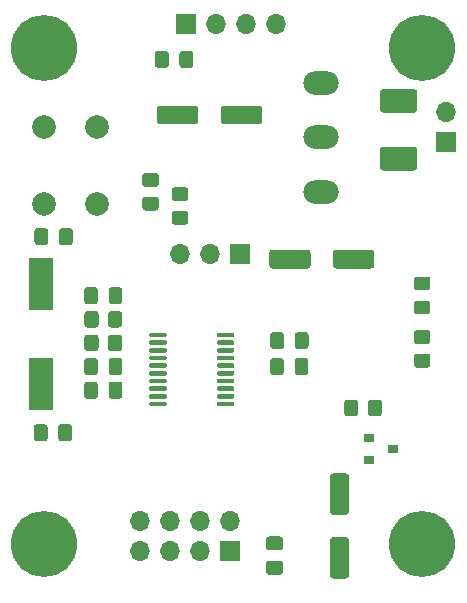
<source format=gbr>
G04 #@! TF.GenerationSoftware,KiCad,Pcbnew,5.1.9-73d0e3b20d~88~ubuntu18.04.1*
G04 #@! TF.CreationDate,2021-01-31T19:09:56+01:00*
G04 #@! TF.ProjectId,stm32_slave_bat,73746d33-325f-4736-9c61-76655f626174,rev?*
G04 #@! TF.SameCoordinates,Original*
G04 #@! TF.FileFunction,Soldermask,Top*
G04 #@! TF.FilePolarity,Negative*
%FSLAX46Y46*%
G04 Gerber Fmt 4.6, Leading zero omitted, Abs format (unit mm)*
G04 Created by KiCad (PCBNEW 5.1.9-73d0e3b20d~88~ubuntu18.04.1) date 2021-01-31 19:09:56*
%MOMM*%
%LPD*%
G01*
G04 APERTURE LIST*
%ADD10C,2.000000*%
%ADD11R,1.700000X1.700000*%
%ADD12O,1.700000X1.700000*%
%ADD13R,0.900000X0.800000*%
%ADD14O,3.000000X2.000000*%
%ADD15R,2.000000X4.500000*%
%ADD16C,5.600000*%
G04 APERTURE END LIST*
G36*
G01*
X225450000Y-105475000D02*
X225450000Y-104525000D01*
G75*
G02*
X225700000Y-104275000I250000J0D01*
G01*
X226375000Y-104275000D01*
G75*
G02*
X226625000Y-104525000I0J-250000D01*
G01*
X226625000Y-105475000D01*
G75*
G02*
X226375000Y-105725000I-250000J0D01*
G01*
X225700000Y-105725000D01*
G75*
G02*
X225450000Y-105475000I0J250000D01*
G01*
G37*
G36*
G01*
X223375000Y-105475000D02*
X223375000Y-104525000D01*
G75*
G02*
X223625000Y-104275000I250000J0D01*
G01*
X224300000Y-104275000D01*
G75*
G02*
X224550000Y-104525000I0J-250000D01*
G01*
X224550000Y-105475000D01*
G75*
G02*
X224300000Y-105725000I-250000J0D01*
G01*
X223625000Y-105725000D01*
G75*
G02*
X223375000Y-105475000I0J250000D01*
G01*
G37*
D10*
X218500000Y-117200000D03*
X214000000Y-117200000D03*
X218500000Y-110700000D03*
X214000000Y-110700000D03*
G36*
G01*
X218600000Y-126549999D02*
X218600000Y-127450001D01*
G75*
G02*
X218350001Y-127700000I-249999J0D01*
G01*
X217649999Y-127700000D01*
G75*
G02*
X217400000Y-127450001I0J249999D01*
G01*
X217400000Y-126549999D01*
G75*
G02*
X217649999Y-126300000I249999J0D01*
G01*
X218350001Y-126300000D01*
G75*
G02*
X218600000Y-126549999I0J-249999D01*
G01*
G37*
G36*
G01*
X220600000Y-126549999D02*
X220600000Y-127450001D01*
G75*
G02*
X220350001Y-127700000I-249999J0D01*
G01*
X219649999Y-127700000D01*
G75*
G02*
X219400000Y-127450001I0J249999D01*
G01*
X219400000Y-126549999D01*
G75*
G02*
X219649999Y-126300000I249999J0D01*
G01*
X220350001Y-126300000D01*
G75*
G02*
X220600000Y-126549999I0J-249999D01*
G01*
G37*
D11*
X229700000Y-146600000D03*
D12*
X229700000Y-144060000D03*
X227160000Y-146600000D03*
X227160000Y-144060000D03*
X224620000Y-146600000D03*
X224620000Y-144060000D03*
X222080000Y-146600000D03*
X222080000Y-144060000D03*
G36*
G01*
X215250000Y-120475000D02*
X215250000Y-119525000D01*
G75*
G02*
X215500000Y-119275000I250000J0D01*
G01*
X216175000Y-119275000D01*
G75*
G02*
X216425000Y-119525000I0J-250000D01*
G01*
X216425000Y-120475000D01*
G75*
G02*
X216175000Y-120725000I-250000J0D01*
G01*
X215500000Y-120725000D01*
G75*
G02*
X215250000Y-120475000I0J250000D01*
G01*
G37*
G36*
G01*
X213175000Y-120475000D02*
X213175000Y-119525000D01*
G75*
G02*
X213425000Y-119275000I250000J0D01*
G01*
X214100000Y-119275000D01*
G75*
G02*
X214350000Y-119525000I0J-250000D01*
G01*
X214350000Y-120475000D01*
G75*
G02*
X214100000Y-120725000I-250000J0D01*
G01*
X213425000Y-120725000D01*
G75*
G02*
X213175000Y-120475000I0J250000D01*
G01*
G37*
G36*
G01*
X213112500Y-137075000D02*
X213112500Y-136125000D01*
G75*
G02*
X213362500Y-135875000I250000J0D01*
G01*
X214037500Y-135875000D01*
G75*
G02*
X214287500Y-136125000I0J-250000D01*
G01*
X214287500Y-137075000D01*
G75*
G02*
X214037500Y-137325000I-250000J0D01*
G01*
X213362500Y-137325000D01*
G75*
G02*
X213112500Y-137075000I0J250000D01*
G01*
G37*
G36*
G01*
X215187500Y-137075000D02*
X215187500Y-136125000D01*
G75*
G02*
X215437500Y-135875000I250000J0D01*
G01*
X216112500Y-135875000D01*
G75*
G02*
X216362500Y-136125000I0J-250000D01*
G01*
X216362500Y-137075000D01*
G75*
G02*
X216112500Y-137325000I-250000J0D01*
G01*
X215437500Y-137325000D01*
G75*
G02*
X215187500Y-137075000I0J250000D01*
G01*
G37*
G36*
G01*
X217375000Y-125475000D02*
X217375000Y-124525000D01*
G75*
G02*
X217625000Y-124275000I250000J0D01*
G01*
X218300000Y-124275000D01*
G75*
G02*
X218550000Y-124525000I0J-250000D01*
G01*
X218550000Y-125475000D01*
G75*
G02*
X218300000Y-125725000I-250000J0D01*
G01*
X217625000Y-125725000D01*
G75*
G02*
X217375000Y-125475000I0J250000D01*
G01*
G37*
G36*
G01*
X219450000Y-125475000D02*
X219450000Y-124525000D01*
G75*
G02*
X219700000Y-124275000I250000J0D01*
G01*
X220375000Y-124275000D01*
G75*
G02*
X220625000Y-124525000I0J-250000D01*
G01*
X220625000Y-125475000D01*
G75*
G02*
X220375000Y-125725000I-250000J0D01*
G01*
X219700000Y-125725000D01*
G75*
G02*
X219450000Y-125475000I0J250000D01*
G01*
G37*
G36*
G01*
X236375000Y-130525000D02*
X236375000Y-131475000D01*
G75*
G02*
X236125000Y-131725000I-250000J0D01*
G01*
X235450000Y-131725000D01*
G75*
G02*
X235200000Y-131475000I0J250000D01*
G01*
X235200000Y-130525000D01*
G75*
G02*
X235450000Y-130275000I250000J0D01*
G01*
X236125000Y-130275000D01*
G75*
G02*
X236375000Y-130525000I0J-250000D01*
G01*
G37*
G36*
G01*
X234300000Y-130525000D02*
X234300000Y-131475000D01*
G75*
G02*
X234050000Y-131725000I-250000J0D01*
G01*
X233375000Y-131725000D01*
G75*
G02*
X233125000Y-131475000I0J250000D01*
G01*
X233125000Y-130525000D01*
G75*
G02*
X233375000Y-130275000I250000J0D01*
G01*
X234050000Y-130275000D01*
G75*
G02*
X234300000Y-130525000I0J-250000D01*
G01*
G37*
G36*
G01*
X218550000Y-130525000D02*
X218550000Y-131475000D01*
G75*
G02*
X218300000Y-131725000I-250000J0D01*
G01*
X217625000Y-131725000D01*
G75*
G02*
X217375000Y-131475000I0J250000D01*
G01*
X217375000Y-130525000D01*
G75*
G02*
X217625000Y-130275000I250000J0D01*
G01*
X218300000Y-130275000D01*
G75*
G02*
X218550000Y-130525000I0J-250000D01*
G01*
G37*
G36*
G01*
X220625000Y-130525000D02*
X220625000Y-131475000D01*
G75*
G02*
X220375000Y-131725000I-250000J0D01*
G01*
X219700000Y-131725000D01*
G75*
G02*
X219450000Y-131475000I0J250000D01*
G01*
X219450000Y-130525000D01*
G75*
G02*
X219700000Y-130275000I250000J0D01*
G01*
X220375000Y-130275000D01*
G75*
G02*
X220625000Y-130525000I0J-250000D01*
G01*
G37*
G36*
G01*
X233975000Y-148625000D02*
X233025000Y-148625000D01*
G75*
G02*
X232775000Y-148375000I0J250000D01*
G01*
X232775000Y-147700000D01*
G75*
G02*
X233025000Y-147450000I250000J0D01*
G01*
X233975000Y-147450000D01*
G75*
G02*
X234225000Y-147700000I0J-250000D01*
G01*
X234225000Y-148375000D01*
G75*
G02*
X233975000Y-148625000I-250000J0D01*
G01*
G37*
G36*
G01*
X233975000Y-146550000D02*
X233025000Y-146550000D01*
G75*
G02*
X232775000Y-146300000I0J250000D01*
G01*
X232775000Y-145625000D01*
G75*
G02*
X233025000Y-145375000I250000J0D01*
G01*
X233975000Y-145375000D01*
G75*
G02*
X234225000Y-145625000I0J-250000D01*
G01*
X234225000Y-146300000D01*
G75*
G02*
X233975000Y-146550000I-250000J0D01*
G01*
G37*
D11*
X248000000Y-112000000D03*
D12*
X248000000Y-109460000D03*
D13*
X241500000Y-137050000D03*
X241500000Y-138950000D03*
X243500000Y-138000000D03*
G36*
G01*
X220600000Y-128549999D02*
X220600000Y-129450001D01*
G75*
G02*
X220350001Y-129700000I-249999J0D01*
G01*
X219649999Y-129700000D01*
G75*
G02*
X219400000Y-129450001I0J249999D01*
G01*
X219400000Y-128549999D01*
G75*
G02*
X219649999Y-128300000I249999J0D01*
G01*
X220350001Y-128300000D01*
G75*
G02*
X220600000Y-128549999I0J-249999D01*
G01*
G37*
G36*
G01*
X218600000Y-128549999D02*
X218600000Y-129450001D01*
G75*
G02*
X218350001Y-129700000I-249999J0D01*
G01*
X217649999Y-129700000D01*
G75*
G02*
X217400000Y-129450001I0J249999D01*
G01*
X217400000Y-128549999D01*
G75*
G02*
X217649999Y-128300000I249999J0D01*
G01*
X218350001Y-128300000D01*
G75*
G02*
X218600000Y-128549999I0J-249999D01*
G01*
G37*
G36*
G01*
X223450001Y-117800000D02*
X222549999Y-117800000D01*
G75*
G02*
X222300000Y-117550001I0J249999D01*
G01*
X222300000Y-116849999D01*
G75*
G02*
X222549999Y-116600000I249999J0D01*
G01*
X223450001Y-116600000D01*
G75*
G02*
X223700000Y-116849999I0J-249999D01*
G01*
X223700000Y-117550001D01*
G75*
G02*
X223450001Y-117800000I-249999J0D01*
G01*
G37*
G36*
G01*
X223450001Y-115800000D02*
X222549999Y-115800000D01*
G75*
G02*
X222300000Y-115550001I0J249999D01*
G01*
X222300000Y-114849999D01*
G75*
G02*
X222549999Y-114600000I249999J0D01*
G01*
X223450001Y-114600000D01*
G75*
G02*
X223700000Y-114849999I0J-249999D01*
G01*
X223700000Y-115550001D01*
G75*
G02*
X223450001Y-115800000I-249999J0D01*
G01*
G37*
G36*
G01*
X225950001Y-117000000D02*
X225049999Y-117000000D01*
G75*
G02*
X224800000Y-116750001I0J249999D01*
G01*
X224800000Y-116049999D01*
G75*
G02*
X225049999Y-115800000I249999J0D01*
G01*
X225950001Y-115800000D01*
G75*
G02*
X226200000Y-116049999I0J-249999D01*
G01*
X226200000Y-116750001D01*
G75*
G02*
X225950001Y-117000000I-249999J0D01*
G01*
G37*
G36*
G01*
X225950001Y-119000000D02*
X225049999Y-119000000D01*
G75*
G02*
X224800000Y-118750001I0J249999D01*
G01*
X224800000Y-118049999D01*
G75*
G02*
X225049999Y-117800000I249999J0D01*
G01*
X225950001Y-117800000D01*
G75*
G02*
X226200000Y-118049999I0J-249999D01*
G01*
X226200000Y-118750001D01*
G75*
G02*
X225950001Y-119000000I-249999J0D01*
G01*
G37*
G36*
G01*
X239400000Y-134950001D02*
X239400000Y-134049999D01*
G75*
G02*
X239649999Y-133800000I249999J0D01*
G01*
X240350001Y-133800000D01*
G75*
G02*
X240600000Y-134049999I0J-249999D01*
G01*
X240600000Y-134950001D01*
G75*
G02*
X240350001Y-135200000I-249999J0D01*
G01*
X239649999Y-135200000D01*
G75*
G02*
X239400000Y-134950001I0J249999D01*
G01*
G37*
G36*
G01*
X241400000Y-134950001D02*
X241400000Y-134049999D01*
G75*
G02*
X241649999Y-133800000I249999J0D01*
G01*
X242350001Y-133800000D01*
G75*
G02*
X242600000Y-134049999I0J-249999D01*
G01*
X242600000Y-134950001D01*
G75*
G02*
X242350001Y-135200000I-249999J0D01*
G01*
X241649999Y-135200000D01*
G75*
G02*
X241400000Y-134950001I0J249999D01*
G01*
G37*
G36*
G01*
X222900000Y-128425000D02*
X222900000Y-128225000D01*
G75*
G02*
X223000000Y-128125000I100000J0D01*
G01*
X224275000Y-128125000D01*
G75*
G02*
X224375000Y-128225000I0J-100000D01*
G01*
X224375000Y-128425000D01*
G75*
G02*
X224275000Y-128525000I-100000J0D01*
G01*
X223000000Y-128525000D01*
G75*
G02*
X222900000Y-128425000I0J100000D01*
G01*
G37*
G36*
G01*
X222900000Y-129075000D02*
X222900000Y-128875000D01*
G75*
G02*
X223000000Y-128775000I100000J0D01*
G01*
X224275000Y-128775000D01*
G75*
G02*
X224375000Y-128875000I0J-100000D01*
G01*
X224375000Y-129075000D01*
G75*
G02*
X224275000Y-129175000I-100000J0D01*
G01*
X223000000Y-129175000D01*
G75*
G02*
X222900000Y-129075000I0J100000D01*
G01*
G37*
G36*
G01*
X222900000Y-129725000D02*
X222900000Y-129525000D01*
G75*
G02*
X223000000Y-129425000I100000J0D01*
G01*
X224275000Y-129425000D01*
G75*
G02*
X224375000Y-129525000I0J-100000D01*
G01*
X224375000Y-129725000D01*
G75*
G02*
X224275000Y-129825000I-100000J0D01*
G01*
X223000000Y-129825000D01*
G75*
G02*
X222900000Y-129725000I0J100000D01*
G01*
G37*
G36*
G01*
X222900000Y-130375000D02*
X222900000Y-130175000D01*
G75*
G02*
X223000000Y-130075000I100000J0D01*
G01*
X224275000Y-130075000D01*
G75*
G02*
X224375000Y-130175000I0J-100000D01*
G01*
X224375000Y-130375000D01*
G75*
G02*
X224275000Y-130475000I-100000J0D01*
G01*
X223000000Y-130475000D01*
G75*
G02*
X222900000Y-130375000I0J100000D01*
G01*
G37*
G36*
G01*
X222900000Y-131025000D02*
X222900000Y-130825000D01*
G75*
G02*
X223000000Y-130725000I100000J0D01*
G01*
X224275000Y-130725000D01*
G75*
G02*
X224375000Y-130825000I0J-100000D01*
G01*
X224375000Y-131025000D01*
G75*
G02*
X224275000Y-131125000I-100000J0D01*
G01*
X223000000Y-131125000D01*
G75*
G02*
X222900000Y-131025000I0J100000D01*
G01*
G37*
G36*
G01*
X222900000Y-131675000D02*
X222900000Y-131475000D01*
G75*
G02*
X223000000Y-131375000I100000J0D01*
G01*
X224275000Y-131375000D01*
G75*
G02*
X224375000Y-131475000I0J-100000D01*
G01*
X224375000Y-131675000D01*
G75*
G02*
X224275000Y-131775000I-100000J0D01*
G01*
X223000000Y-131775000D01*
G75*
G02*
X222900000Y-131675000I0J100000D01*
G01*
G37*
G36*
G01*
X222900000Y-132325000D02*
X222900000Y-132125000D01*
G75*
G02*
X223000000Y-132025000I100000J0D01*
G01*
X224275000Y-132025000D01*
G75*
G02*
X224375000Y-132125000I0J-100000D01*
G01*
X224375000Y-132325000D01*
G75*
G02*
X224275000Y-132425000I-100000J0D01*
G01*
X223000000Y-132425000D01*
G75*
G02*
X222900000Y-132325000I0J100000D01*
G01*
G37*
G36*
G01*
X222900000Y-132975000D02*
X222900000Y-132775000D01*
G75*
G02*
X223000000Y-132675000I100000J0D01*
G01*
X224275000Y-132675000D01*
G75*
G02*
X224375000Y-132775000I0J-100000D01*
G01*
X224375000Y-132975000D01*
G75*
G02*
X224275000Y-133075000I-100000J0D01*
G01*
X223000000Y-133075000D01*
G75*
G02*
X222900000Y-132975000I0J100000D01*
G01*
G37*
G36*
G01*
X222900000Y-133625000D02*
X222900000Y-133425000D01*
G75*
G02*
X223000000Y-133325000I100000J0D01*
G01*
X224275000Y-133325000D01*
G75*
G02*
X224375000Y-133425000I0J-100000D01*
G01*
X224375000Y-133625000D01*
G75*
G02*
X224275000Y-133725000I-100000J0D01*
G01*
X223000000Y-133725000D01*
G75*
G02*
X222900000Y-133625000I0J100000D01*
G01*
G37*
G36*
G01*
X222900000Y-134275000D02*
X222900000Y-134075000D01*
G75*
G02*
X223000000Y-133975000I100000J0D01*
G01*
X224275000Y-133975000D01*
G75*
G02*
X224375000Y-134075000I0J-100000D01*
G01*
X224375000Y-134275000D01*
G75*
G02*
X224275000Y-134375000I-100000J0D01*
G01*
X223000000Y-134375000D01*
G75*
G02*
X222900000Y-134275000I0J100000D01*
G01*
G37*
G36*
G01*
X228625000Y-134275000D02*
X228625000Y-134075000D01*
G75*
G02*
X228725000Y-133975000I100000J0D01*
G01*
X230000000Y-133975000D01*
G75*
G02*
X230100000Y-134075000I0J-100000D01*
G01*
X230100000Y-134275000D01*
G75*
G02*
X230000000Y-134375000I-100000J0D01*
G01*
X228725000Y-134375000D01*
G75*
G02*
X228625000Y-134275000I0J100000D01*
G01*
G37*
G36*
G01*
X228625000Y-133625000D02*
X228625000Y-133425000D01*
G75*
G02*
X228725000Y-133325000I100000J0D01*
G01*
X230000000Y-133325000D01*
G75*
G02*
X230100000Y-133425000I0J-100000D01*
G01*
X230100000Y-133625000D01*
G75*
G02*
X230000000Y-133725000I-100000J0D01*
G01*
X228725000Y-133725000D01*
G75*
G02*
X228625000Y-133625000I0J100000D01*
G01*
G37*
G36*
G01*
X228625000Y-132975000D02*
X228625000Y-132775000D01*
G75*
G02*
X228725000Y-132675000I100000J0D01*
G01*
X230000000Y-132675000D01*
G75*
G02*
X230100000Y-132775000I0J-100000D01*
G01*
X230100000Y-132975000D01*
G75*
G02*
X230000000Y-133075000I-100000J0D01*
G01*
X228725000Y-133075000D01*
G75*
G02*
X228625000Y-132975000I0J100000D01*
G01*
G37*
G36*
G01*
X228625000Y-132325000D02*
X228625000Y-132125000D01*
G75*
G02*
X228725000Y-132025000I100000J0D01*
G01*
X230000000Y-132025000D01*
G75*
G02*
X230100000Y-132125000I0J-100000D01*
G01*
X230100000Y-132325000D01*
G75*
G02*
X230000000Y-132425000I-100000J0D01*
G01*
X228725000Y-132425000D01*
G75*
G02*
X228625000Y-132325000I0J100000D01*
G01*
G37*
G36*
G01*
X228625000Y-131675000D02*
X228625000Y-131475000D01*
G75*
G02*
X228725000Y-131375000I100000J0D01*
G01*
X230000000Y-131375000D01*
G75*
G02*
X230100000Y-131475000I0J-100000D01*
G01*
X230100000Y-131675000D01*
G75*
G02*
X230000000Y-131775000I-100000J0D01*
G01*
X228725000Y-131775000D01*
G75*
G02*
X228625000Y-131675000I0J100000D01*
G01*
G37*
G36*
G01*
X228625000Y-131025000D02*
X228625000Y-130825000D01*
G75*
G02*
X228725000Y-130725000I100000J0D01*
G01*
X230000000Y-130725000D01*
G75*
G02*
X230100000Y-130825000I0J-100000D01*
G01*
X230100000Y-131025000D01*
G75*
G02*
X230000000Y-131125000I-100000J0D01*
G01*
X228725000Y-131125000D01*
G75*
G02*
X228625000Y-131025000I0J100000D01*
G01*
G37*
G36*
G01*
X228625000Y-130375000D02*
X228625000Y-130175000D01*
G75*
G02*
X228725000Y-130075000I100000J0D01*
G01*
X230000000Y-130075000D01*
G75*
G02*
X230100000Y-130175000I0J-100000D01*
G01*
X230100000Y-130375000D01*
G75*
G02*
X230000000Y-130475000I-100000J0D01*
G01*
X228725000Y-130475000D01*
G75*
G02*
X228625000Y-130375000I0J100000D01*
G01*
G37*
G36*
G01*
X228625000Y-129725000D02*
X228625000Y-129525000D01*
G75*
G02*
X228725000Y-129425000I100000J0D01*
G01*
X230000000Y-129425000D01*
G75*
G02*
X230100000Y-129525000I0J-100000D01*
G01*
X230100000Y-129725000D01*
G75*
G02*
X230000000Y-129825000I-100000J0D01*
G01*
X228725000Y-129825000D01*
G75*
G02*
X228625000Y-129725000I0J100000D01*
G01*
G37*
G36*
G01*
X228625000Y-129075000D02*
X228625000Y-128875000D01*
G75*
G02*
X228725000Y-128775000I100000J0D01*
G01*
X230000000Y-128775000D01*
G75*
G02*
X230100000Y-128875000I0J-100000D01*
G01*
X230100000Y-129075000D01*
G75*
G02*
X230000000Y-129175000I-100000J0D01*
G01*
X228725000Y-129175000D01*
G75*
G02*
X228625000Y-129075000I0J100000D01*
G01*
G37*
G36*
G01*
X228625000Y-128425000D02*
X228625000Y-128225000D01*
G75*
G02*
X228725000Y-128125000I100000J0D01*
G01*
X230000000Y-128125000D01*
G75*
G02*
X230100000Y-128225000I0J-100000D01*
G01*
X230100000Y-128425000D01*
G75*
G02*
X230000000Y-128525000I-100000J0D01*
G01*
X228725000Y-128525000D01*
G75*
G02*
X228625000Y-128425000I0J100000D01*
G01*
G37*
D11*
X226000000Y-102000000D03*
D12*
X228540000Y-102000000D03*
X231080000Y-102000000D03*
X233620000Y-102000000D03*
G36*
G01*
X236387500Y-128325000D02*
X236387500Y-129275000D01*
G75*
G02*
X236137500Y-129525000I-250000J0D01*
G01*
X235462500Y-129525000D01*
G75*
G02*
X235212500Y-129275000I0J250000D01*
G01*
X235212500Y-128325000D01*
G75*
G02*
X235462500Y-128075000I250000J0D01*
G01*
X236137500Y-128075000D01*
G75*
G02*
X236387500Y-128325000I0J-250000D01*
G01*
G37*
G36*
G01*
X234312500Y-128325000D02*
X234312500Y-129275000D01*
G75*
G02*
X234062500Y-129525000I-250000J0D01*
G01*
X233387500Y-129525000D01*
G75*
G02*
X233137500Y-129275000I0J250000D01*
G01*
X233137500Y-128325000D01*
G75*
G02*
X233387500Y-128075000I250000J0D01*
G01*
X234062500Y-128075000D01*
G75*
G02*
X234312500Y-128325000I0J-250000D01*
G01*
G37*
G36*
G01*
X218550000Y-132525000D02*
X218550000Y-133475000D01*
G75*
G02*
X218300000Y-133725000I-250000J0D01*
G01*
X217625000Y-133725000D01*
G75*
G02*
X217375000Y-133475000I0J250000D01*
G01*
X217375000Y-132525000D01*
G75*
G02*
X217625000Y-132275000I250000J0D01*
G01*
X218300000Y-132275000D01*
G75*
G02*
X218550000Y-132525000I0J-250000D01*
G01*
G37*
G36*
G01*
X220625000Y-132525000D02*
X220625000Y-133475000D01*
G75*
G02*
X220375000Y-133725000I-250000J0D01*
G01*
X219700000Y-133725000D01*
G75*
G02*
X219450000Y-133475000I0J250000D01*
G01*
X219450000Y-132525000D01*
G75*
G02*
X219700000Y-132275000I250000J0D01*
G01*
X220375000Y-132275000D01*
G75*
G02*
X220625000Y-132525000I0J-250000D01*
G01*
G37*
G36*
G01*
X233050000Y-122450000D02*
X233050000Y-121350000D01*
G75*
G02*
X233300000Y-121100000I250000J0D01*
G01*
X236300000Y-121100000D01*
G75*
G02*
X236550000Y-121350000I0J-250000D01*
G01*
X236550000Y-122450000D01*
G75*
G02*
X236300000Y-122700000I-250000J0D01*
G01*
X233300000Y-122700000D01*
G75*
G02*
X233050000Y-122450000I0J250000D01*
G01*
G37*
G36*
G01*
X238450000Y-122450000D02*
X238450000Y-121350000D01*
G75*
G02*
X238700000Y-121100000I250000J0D01*
G01*
X241700000Y-121100000D01*
G75*
G02*
X241950000Y-121350000I0J-250000D01*
G01*
X241950000Y-122450000D01*
G75*
G02*
X241700000Y-122700000I-250000J0D01*
G01*
X238700000Y-122700000D01*
G75*
G02*
X238450000Y-122450000I0J250000D01*
G01*
G37*
G36*
G01*
X228950000Y-110250000D02*
X228950000Y-109150000D01*
G75*
G02*
X229200000Y-108900000I250000J0D01*
G01*
X232200000Y-108900000D01*
G75*
G02*
X232450000Y-109150000I0J-250000D01*
G01*
X232450000Y-110250000D01*
G75*
G02*
X232200000Y-110500000I-250000J0D01*
G01*
X229200000Y-110500000D01*
G75*
G02*
X228950000Y-110250000I0J250000D01*
G01*
G37*
G36*
G01*
X223550000Y-110250000D02*
X223550000Y-109150000D01*
G75*
G02*
X223800000Y-108900000I250000J0D01*
G01*
X226800000Y-108900000D01*
G75*
G02*
X227050000Y-109150000I0J-250000D01*
G01*
X227050000Y-110250000D01*
G75*
G02*
X226800000Y-110500000I-250000J0D01*
G01*
X223800000Y-110500000D01*
G75*
G02*
X223550000Y-110250000I0J250000D01*
G01*
G37*
G36*
G01*
X238450000Y-140050000D02*
X239550000Y-140050000D01*
G75*
G02*
X239800000Y-140300000I0J-250000D01*
G01*
X239800000Y-143300000D01*
G75*
G02*
X239550000Y-143550000I-250000J0D01*
G01*
X238450000Y-143550000D01*
G75*
G02*
X238200000Y-143300000I0J250000D01*
G01*
X238200000Y-140300000D01*
G75*
G02*
X238450000Y-140050000I250000J0D01*
G01*
G37*
G36*
G01*
X238450000Y-145450000D02*
X239550000Y-145450000D01*
G75*
G02*
X239800000Y-145700000I0J-250000D01*
G01*
X239800000Y-148700000D01*
G75*
G02*
X239550000Y-148950000I-250000J0D01*
G01*
X238450000Y-148950000D01*
G75*
G02*
X238200000Y-148700000I0J250000D01*
G01*
X238200000Y-145700000D01*
G75*
G02*
X238450000Y-145450000I250000J0D01*
G01*
G37*
G36*
G01*
X242675000Y-107500000D02*
X245325000Y-107500000D01*
G75*
G02*
X245575000Y-107750000I0J-250000D01*
G01*
X245575000Y-109250000D01*
G75*
G02*
X245325000Y-109500000I-250000J0D01*
G01*
X242675000Y-109500000D01*
G75*
G02*
X242425000Y-109250000I0J250000D01*
G01*
X242425000Y-107750000D01*
G75*
G02*
X242675000Y-107500000I250000J0D01*
G01*
G37*
G36*
G01*
X242675000Y-112400000D02*
X245325000Y-112400000D01*
G75*
G02*
X245575000Y-112650000I0J-250000D01*
G01*
X245575000Y-114150000D01*
G75*
G02*
X245325000Y-114400000I-250000J0D01*
G01*
X242675000Y-114400000D01*
G75*
G02*
X242425000Y-114150000I0J250000D01*
G01*
X242425000Y-112650000D01*
G75*
G02*
X242675000Y-112400000I250000J0D01*
G01*
G37*
D14*
X237400000Y-107000000D03*
X237400000Y-111600000D03*
X237400000Y-116200000D03*
D15*
X213750000Y-124000000D03*
X213750000Y-132500000D03*
G36*
G01*
X245549999Y-123375000D02*
X246450001Y-123375000D01*
G75*
G02*
X246700000Y-123624999I0J-249999D01*
G01*
X246700000Y-124275001D01*
G75*
G02*
X246450001Y-124525000I-249999J0D01*
G01*
X245549999Y-124525000D01*
G75*
G02*
X245300000Y-124275001I0J249999D01*
G01*
X245300000Y-123624999D01*
G75*
G02*
X245549999Y-123375000I249999J0D01*
G01*
G37*
G36*
G01*
X245549999Y-125425000D02*
X246450001Y-125425000D01*
G75*
G02*
X246700000Y-125674999I0J-249999D01*
G01*
X246700000Y-126325001D01*
G75*
G02*
X246450001Y-126575000I-249999J0D01*
G01*
X245549999Y-126575000D01*
G75*
G02*
X245300000Y-126325001I0J249999D01*
G01*
X245300000Y-125674999D01*
G75*
G02*
X245549999Y-125425000I249999J0D01*
G01*
G37*
G36*
G01*
X245549999Y-127900000D02*
X246450001Y-127900000D01*
G75*
G02*
X246700000Y-128149999I0J-249999D01*
G01*
X246700000Y-128850001D01*
G75*
G02*
X246450001Y-129100000I-249999J0D01*
G01*
X245549999Y-129100000D01*
G75*
G02*
X245300000Y-128850001I0J249999D01*
G01*
X245300000Y-128149999D01*
G75*
G02*
X245549999Y-127900000I249999J0D01*
G01*
G37*
G36*
G01*
X245549999Y-129900000D02*
X246450001Y-129900000D01*
G75*
G02*
X246700000Y-130149999I0J-249999D01*
G01*
X246700000Y-130850001D01*
G75*
G02*
X246450001Y-131100000I-249999J0D01*
G01*
X245549999Y-131100000D01*
G75*
G02*
X245300000Y-130850001I0J249999D01*
G01*
X245300000Y-130149999D01*
G75*
G02*
X245549999Y-129900000I249999J0D01*
G01*
G37*
D11*
X230540000Y-121500000D03*
D12*
X228000000Y-121500000D03*
X225460000Y-121500000D03*
D16*
X214000000Y-146000000D03*
X214000000Y-104000000D03*
X246000000Y-104000000D03*
X246000000Y-146000000D03*
M02*

</source>
